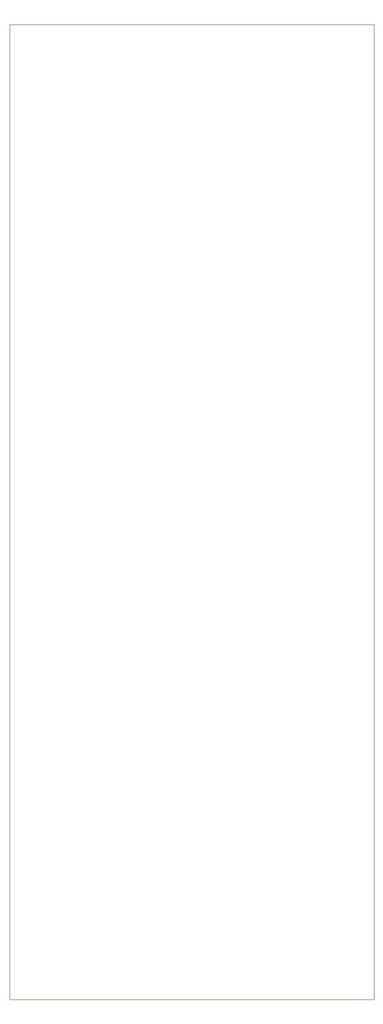
<source format=gm1>
G04 #@! TF.GenerationSoftware,KiCad,Pcbnew,7.0.10-7.0.10~ubuntu22.04.1*
G04 #@! TF.CreationDate,2024-02-26T11:42:45-05:00*
G04 #@! TF.ProjectId,CapController,43617043-6f6e-4747-926f-6c6c65722e6b,rev?*
G04 #@! TF.SameCoordinates,Original*
G04 #@! TF.FileFunction,Profile,NP*
%FSLAX46Y46*%
G04 Gerber Fmt 4.6, Leading zero omitted, Abs format (unit mm)*
G04 Created by KiCad (PCBNEW 7.0.10-7.0.10~ubuntu22.04.1) date 2024-02-26 11:42:45*
%MOMM*%
%LPD*%
G01*
G04 APERTURE LIST*
G04 #@! TA.AperFunction,Profile*
%ADD10C,0.100000*%
G04 #@! TD*
G04 APERTURE END LIST*
D10*
X97240449Y-18253198D02*
X155240449Y-18253198D01*
X155240449Y-173253198D01*
X97240449Y-173253198D01*
X97240449Y-18253198D01*
M02*

</source>
